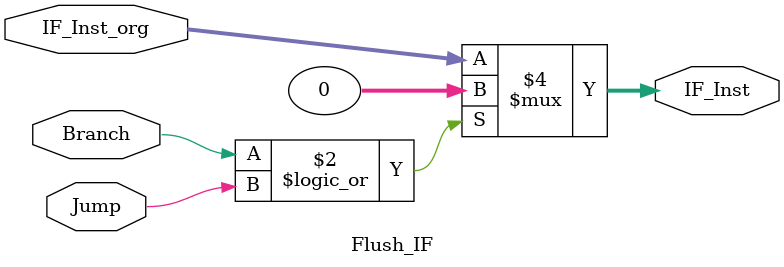
<source format=v>
`timescale 1ns / 1ps
module Flush_IF(
	IF_Inst_org, Branch, Jump, IF_Inst 
    );
input [31:0] IF_Inst_org;
input Branch, Jump;
output [31:0] IF_Inst;
reg [31:0] IF_Inst;
always @ (*)
begin
	if (Branch || Jump)
	begin
		IF_Inst <= 32'h00000000;
	end
	else
	begin
		IF_Inst <= IF_Inst_org;
	end
end

endmodule

</source>
